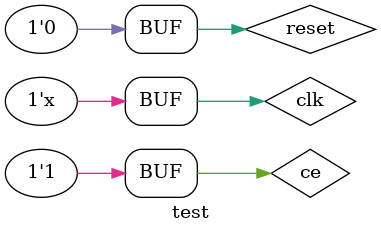
<source format=v>
`timescale 1ns/1ps

module test;
reg clk   = 1'b0;
reg ce    = 1'b0;
reg reset = 1'b0;
wire signed [9:0] sin_out;
wire signed [9:0] tx_out;

always # 10 clk = !clk;
initial
	begin
	#10 reset = 1'b1;
	#20 reset = 1'b0;
	#20  ce = 1'b1;
	end

bpsk test_dev(.clk(clk), .ce(ce), .reset(reset), .sin_out(sin_out), .tx_out(tx_out));
endmodule

</source>
